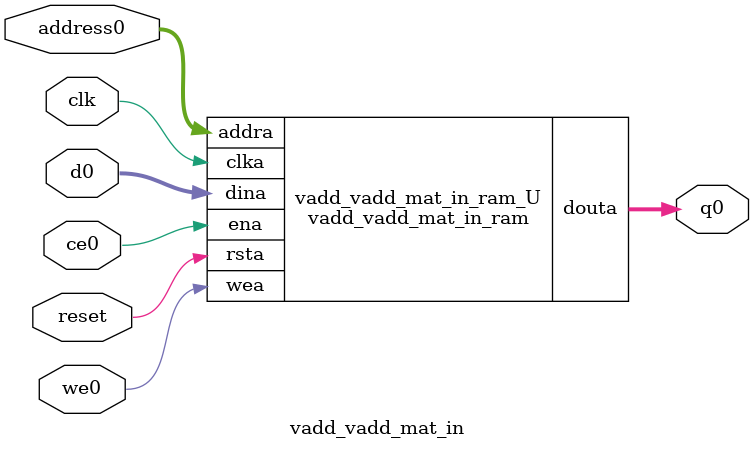
<source format=v>


`timescale 1ps/1ps
module vadd_vadd_mat_in_ram # (

  // Common module parameters
  parameter integer                 MEMORY_SIZE        = 320000,
  parameter                         MEMORY_PRIMITIVE   = "ultra",
  parameter                         ECC_MODE           = "no_ecc",
  parameter                         MEMORY_INIT_FILE   = "none",
  parameter                         WAKEUP_TIME        = "disable_sleep",
  parameter integer                 MESSAGE_CONTROL    = 0,

  // Port A module parameters
  parameter integer                 WRITE_DATA_WIDTH_A = 32,
  parameter integer                 READ_DATA_WIDTH_A  = WRITE_DATA_WIDTH_A,
  parameter integer                 BYTE_WRITE_WIDTH_A = WRITE_DATA_WIDTH_A,
  parameter integer                 ADDR_WIDTH_A       = 14,
  parameter                         READ_RESET_VALUE_A = "0",
  parameter integer                 READ_LATENCY_A     = 2,
  parameter                         WRITE_MODE_A       = "read_first"

) (

  // Port A module ports
  input  wire                                               clka,
  input  wire                                               rsta,
  input  wire                                               ena,
  input  wire [(WRITE_DATA_WIDTH_A/BYTE_WRITE_WIDTH_A)-1:0] wea,
  input  wire [ADDR_WIDTH_A-1:0]                            addra,
  input  wire [WRITE_DATA_WIDTH_A-1:0]                      dina,
  output wire [READ_DATA_WIDTH_A-1:0]                       douta

);

// Set parameter values and connect ports to instantiate an XPM_MEMORY single port RAM configuration
xpm_memory_spram # (

  // Common module parameters
  .MEMORY_SIZE        (MEMORY_SIZE),   //positive integer
  .MEMORY_PRIMITIVE   (MEMORY_PRIMITIVE),      //string; "auto", "distributed", "block" or "ultra";
  .ECC_MODE           (ECC_MODE),      //do not change
  .MEMORY_INIT_FILE   (MEMORY_INIT_FILE), //string; "none" or "<filename>.mem" 
  .MEMORY_INIT_PARAM  (""), //string;
  .WAKEUP_TIME        (WAKEUP_TIME),      //string; "disable_sleep" or "use_sleep_pin"
  .MESSAGE_CONTROL    (MESSAGE_CONTROL),      //do not change

  // Port A module parameters
  .WRITE_DATA_WIDTH_A (WRITE_DATA_WIDTH_A),     //positive integer
  .READ_DATA_WIDTH_A  (READ_DATA_WIDTH_A),     //positive integer
  .BYTE_WRITE_WIDTH_A (BYTE_WRITE_WIDTH_A),     //integer; 8, 9, or WRITE_DATA_WIDTH_A value
  .ADDR_WIDTH_A       (ADDR_WIDTH_A),      //positive integer
  .READ_RESET_VALUE_A (READ_RESET_VALUE_A),  //string
  .READ_LATENCY_A     (READ_LATENCY_A),      //non-negative integer
  .WRITE_MODE_A       (WRITE_MODE_A)       //string; "write_first", "read_first", "no_change"

) xpm_memory_spram_inst (

  // Common module ports
  .sleep          (1'b0),  //do not change

  // Port A module ports
  .clka           (clka),
  .rsta           (rsta),
  .ena            (ena),
  .regcea         (1'b1),  //do not change
  .wea            (wea),
  .addra          (addra),
  .dina           (dina),
  .injectsbiterra (1'b0),  //do not change
  .injectdbiterra (1'b0),  //do not change
  .douta          (douta),
  .sbiterra       (),      //do not change
  .dbiterra       ()       //do not change

);

endmodule : vadd_vadd_mat_in_ram

`timescale 1 ns / 1 ps
module vadd_vadd_mat_in(
    reset,
    clk,
    address0,
    ce0,
    we0,
    d0,
    q0);

parameter DataWidth = 32'd32;
parameter AddressRange = 32'd10000;
parameter AddressWidth = 32'd14;
input reset;
input clk;
input[AddressWidth - 1:0] address0;
input ce0;
input we0;
input[DataWidth - 1:0] d0;
output[DataWidth - 1:0] q0;



vadd_vadd_mat_in_ram vadd_vadd_mat_in_ram_U(
    .clka( clk ),
    .rsta( reset ),
    .addra( address0 ),
    .ena( ce0 ),
    .dina( d0 ),
    .wea( we0 ),
    .douta( q0 ));

endmodule


</source>
